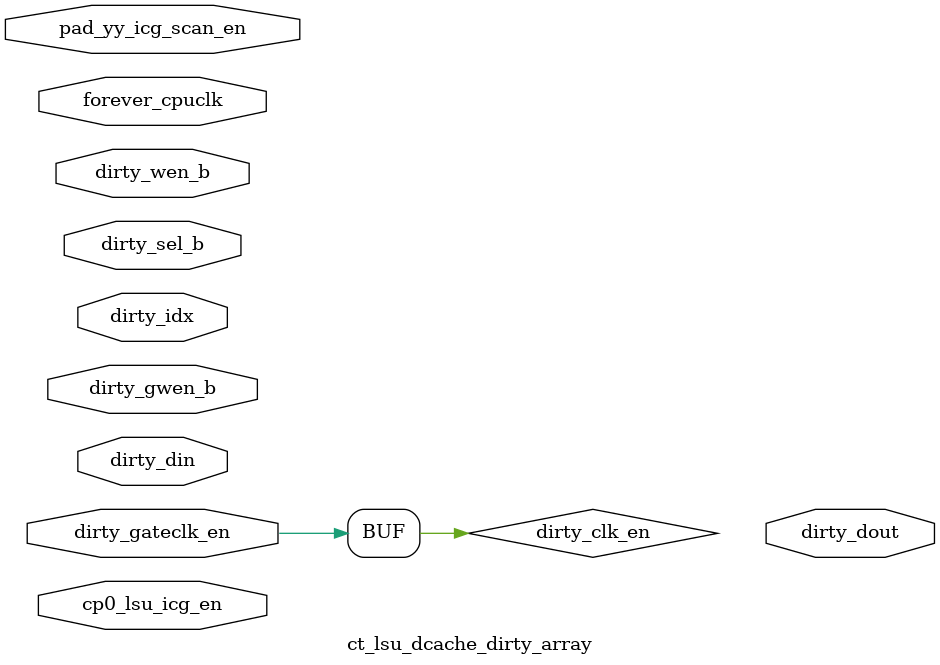
<source format=v>
/*Copyright 2019-2021 T-Head Semiconductor Co., Ltd.

Licensed under the Apache License, Version 2.0 (the "License");
you may not use this file except in compliance with the License.
You may obtain a copy of the License at

    http://www.apache.org/licenses/LICENSE-2.0

Unless required by applicable law or agreed to in writing, software
distributed under the License is distributed on an "AS IS" BASIS,
WITHOUT WARRANTIES OR CONDITIONS OF ANY KIND, either express or implied.
See the License for the specific language governing permissions and
limitations under the License.
*/

module ct_lsu_dcache_dirty_array(
  dirty_din,
  dirty_dout,
  dirty_gateclk_en,
  dirty_gwen_b,
  dirty_idx,
  dirty_sel_b,
  dirty_wen_b,
  forever_cpuclk,
  pad_yy_icg_scan_en,
  cp0_lsu_icg_en
);
input   [6:0]  dirty_din;
input          dirty_gateclk_en;
input          dirty_gwen_b;
input   [8:0]  dirty_idx;
input          dirty_sel_b;
input   [6:0]  dirty_wen_b;
input          forever_cpuclk;
input          pad_yy_icg_scan_en;
input          cp0_lsu_icg_en;
output  [6:0]  dirty_dout;

wire           dirty_clk;
wire           dirty_clk_en;
wire    [6:0]  dirty_din;
wire    [6:0]  dirty_dout;
wire           dirty_gateclk_en;
wire           dirty_gwen_b;
wire    [8:0]  dirty_idx;
wire           dirty_sel_b;
wire    [6:0]  dirty_wen_b;
wire           forever_cpuclk;
wire           pad_yy_icg_scan_en;
wire           cp0_lsu_icg_en;

//==========================================================
//                 Instance of Gated Cell
//==========================================================
assign dirty_clk_en = dirty_gateclk_en;
// &Instance("gated_clk_cell", "x_dcache_dirty_gated_clk"); @103
gated_clk_cell  x_dcache_dirty_gated_clk (
  .clk_in             (forever_cpuclk    ),
  .clk_out            (dirty_clk         ),
  .external_en        (1'b0              ),
  .global_en          (1'b1              ),
  .local_en           (dirty_clk_en      ),
  .module_en          (cp0_lsu_icg_en    ),
  .pad_yy_icg_scan_en (pad_yy_icg_scan_en)
);

// &Connect(.clk_in        (forever_cpuclk     ), @104
//          .external_en   (1'b0               ), @105
//          .global_en     (1'b1               ), @106
//          .module_en     (cp0_lsu_icg_en     ), @107
//          .local_en      (dirty_clk_en         ), @108
//          .clk_out       (dirty_clk            )); @109

//==========================================================
//              Instance dcache array
//==========================================================

// &Force("bus","dirty_idx","8","0"); @115

//csky vperl_off
`ifdef DCACHE_32K
ct_spsram_256x7  x_ct_spsram_256x7 (
  `ifdef MEM_CFG_IN
  .mem_cfg_in     (mem_cfg_in    ),
  `endif
  .A              (dirty_idx[7:0]),
  .CEN            (dirty_sel_b   ),
  .CLK            (dirty_clk     ),
  .D              (dirty_din     ),
  .GWEN           (dirty_gwen_b  ),
  .Q              (dirty_dout    ),
  .WEN            (dirty_wen_b   )
);
`endif//DCACHE_32K

`ifdef DCACHE_64K
ct_spsram_512x7  x_ct_spsram_512x7 (
  `ifdef MEM_CFG_IN
  .mem_cfg_in     (mem_cfg_in    ),
  `endif
  .A              (dirty_idx[8:0]),
  .CEN            (dirty_sel_b   ),
  .CLK            (dirty_clk     ),
  .D              (dirty_din     ),
  .GWEN           (dirty_gwen_b  ),
  .Q              (dirty_dout    ),
  .WEN            (dirty_wen_b   )
);
`endif//DCACHE_64K
//csky vperl_on

// &ModuleEnd; @183
endmodule



</source>
